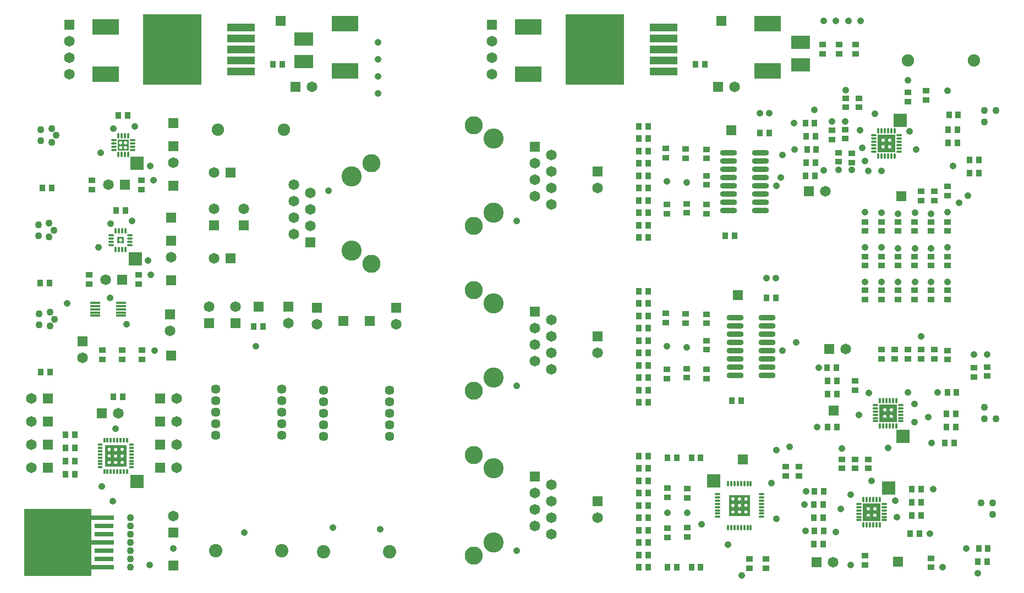
<source format=gts>
%FSAX44Y44*%
%MOMM*%
G71*
G01*
G75*
G04 Layer_Color=8388736*
%ADD10R,2.0000X2.0000*%
%ADD11R,0.9652X0.8128*%
%ADD12R,9.8000X10.7000*%
%ADD13R,4.1000X1.1000*%
%ADD14R,0.2500X0.6000*%
%ADD15R,0.6000X0.2500*%
%ADD16R,3.1000X3.1000*%
%ADD17R,0.8000X0.8000*%
%ADD18O,0.2500X0.7000*%
%ADD19O,0.7000X0.2500*%
%ADD20R,1.5000X1.5000*%
%ADD21R,1.5000X0.2500*%
%ADD22R,0.8128X0.9652*%
%ADD23R,0.8128X0.9652*%
%ADD24R,4.0000X2.3000*%
%ADD25R,3.5560X0.6350*%
%ADD26R,2.7940X0.6350*%
%ADD27R,10.1600X10.1600*%
%ADD28R,2.8000X2.0000*%
%ADD29C,0.2032*%
%ADD30C,1.2700*%
%ADD31C,0.5080*%
%ADD32C,0.2540*%
%ADD33R,0.9652X0.8128*%
%ADD34R,2.6000X2.6000*%
%ADD35O,0.2000X0.8000*%
%ADD36O,0.8000X0.2000*%
%ADD37R,3.0000X3.0000*%
%ADD38O,2.5000X0.7000*%
%ADD39O,0.9500X0.9652*%
%ADD40C,1.7526*%
%ADD41C,0.9500*%
%ADD42C,1.5000*%
%ADD43R,1.5000X1.5000*%
%ADD44C,1.2954*%
%ADD45C,1.9050*%
%ADD46C,1.5000*%
%ADD47C,2.6500*%
%ADD48R,1.5000X1.5000*%
%ADD49C,2.9500*%
%ADD50C,0.7500*%
%ADD51C,0.8890*%
%ADD52C,1.0160*%
%ADD53R,1.6510X1.6510*%
%ADD54R,3.0480X3.0480*%
%ADD55C,1.3128*%
%ADD56C,1.9128*%
%ADD57C,1.7128*%
%ADD58C,1.4732*%
%ADD59C,2.0320*%
%ADD60C,1.7128*%
%ADD61C,2.4128*%
%ADD62C,4.0628*%
G04:AMPARAMS|DCode=63|XSize=2.678mm|YSize=2.678mm|CornerRadius=0mm|HoleSize=0mm|Usage=FLASHONLY|Rotation=0.000|XOffset=0mm|YOffset=0mm|HoleType=Round|Shape=Relief|Width=0.381mm|Gap=0.381mm|Entries=4|*
%AMTHD63*
7,0,0,2.6780,1.9160,0.3810,45*
%
%ADD63THD63*%
%ADD64C,1.1128*%
G04:AMPARAMS|DCode=65|XSize=2.1082mm|YSize=2.1082mm|CornerRadius=0mm|HoleSize=0mm|Usage=FLASHONLY|Rotation=0.000|XOffset=0mm|YOffset=0mm|HoleType=Round|Shape=Relief|Width=0.381mm|Gap=0.381mm|Entries=4|*
%AMTHD65*
7,0,0,2.1082,1.3462,0.3810,45*
%
%ADD65THD65*%
%ADD66C,1.1430*%
G04:AMPARAMS|DCode=67|XSize=2.878mm|YSize=2.878mm|CornerRadius=0mm|HoleSize=0mm|Usage=FLASHONLY|Rotation=0.000|XOffset=0mm|YOffset=0mm|HoleType=Round|Shape=Relief|Width=0.381mm|Gap=0.381mm|Entries=4|*
%AMTHD67*
7,0,0,2.8780,2.1160,0.3810,45*
%
%ADD67THD67*%
G04:AMPARAMS|DCode=68|XSize=2.278mm|YSize=2.278mm|CornerRadius=0mm|HoleSize=0mm|Usage=FLASHONLY|Rotation=0.000|XOffset=0mm|YOffset=0mm|HoleType=Round|Shape=Relief|Width=0.381mm|Gap=0.381mm|Entries=4|*
%AMTHD68*
7,0,0,2.2780,1.5160,0.3810,45*
%
%ADD68THD68*%
G04:AMPARAMS|DCode=69|XSize=2.4384mm|YSize=2.4384mm|CornerRadius=0mm|HoleSize=0mm|Usage=FLASHONLY|Rotation=0.000|XOffset=0mm|YOffset=0mm|HoleType=Round|Shape=Relief|Width=0.381mm|Gap=0.381mm|Entries=4|*
%AMTHD69*
7,0,0,2.4384,1.6764,0.3810,45*
%
%ADD69THD69*%
G04:AMPARAMS|DCode=70|XSize=2.9972mm|YSize=2.9972mm|CornerRadius=0mm|HoleSize=0mm|Usage=FLASHONLY|Rotation=0.000|XOffset=0mm|YOffset=0mm|HoleType=Round|Shape=Relief|Width=0.381mm|Gap=0.381mm|Entries=4|*
%AMTHD70*
7,0,0,2.9972,2.2352,0.3810,45*
%
%ADD70THD70*%
%ADD71R,2.3000X4.0000*%
%ADD72R,0.8128X1.2700*%
%ADD73R,5.1000X1.5000*%
%ADD74R,4.5000X1.0000*%
%ADD75C,0.2500*%
%ADD76C,0.2000*%
%ADD77C,0.1270*%
%ADD78C,0.1524*%
%ADD79R,9.0000X10.9000*%
%ADD80R,0.4000X3.3000*%
%ADD81R,3.3000X0.4000*%
%ADD82R,3.3000X0.3500*%
%ADD83R,0.3500X3.3000*%
%ADD84R,1.0000X0.2000*%
%ADD85R,0.2000X1.0000*%
%ADD86R,1.7000X0.1750*%
%ADD87R,0.1750X1.7000*%
%ADD88R,1.7000X0.1500*%
%ADD89R,0.1500X1.7000*%
%ADD90R,2.8000X0.6000*%
%ADD91R,0.6000X2.8000*%
%ADD92R,2.8000X0.4000*%
%ADD93R,0.4000X2.8000*%
%ADD94R,0.4000X3.2000*%
%ADD95R,3.2000X0.4000*%
%ADD96R,3.2000X0.3000*%
%ADD97R,0.3000X3.2000*%
%ADD98R,2.1500X2.1500*%
%ADD99R,1.1152X0.9628*%
%ADD100R,4.2500X1.2500*%
%ADD101R,0.4000X0.7500*%
%ADD102R,0.7500X0.4000*%
%ADD103O,0.4000X0.8500*%
%ADD104O,0.8500X0.4000*%
%ADD105R,1.6500X0.4000*%
%ADD106R,0.9628X1.1152*%
%ADD107R,0.9628X1.1152*%
%ADD108R,4.1500X2.4500*%
%ADD109R,3.7060X0.7850*%
%ADD110R,2.9440X0.7850*%
%ADD111R,10.3100X10.3100*%
%ADD112R,2.9500X2.1500*%
%ADD113R,1.1152X0.9628*%
%ADD114O,0.3500X0.9500*%
%ADD115O,0.9500X0.3500*%
%ADD116O,2.6500X0.8500*%
%ADD117O,1.1000X1.1152*%
%ADD118C,1.9026*%
%ADD119C,1.1000*%
%ADD120R,1.6500X1.6500*%
%ADD121C,1.6500*%
%ADD122R,1.6500X1.6500*%
%ADD123C,1.4454*%
%ADD124C,2.0550*%
%ADD125C,1.6500*%
%ADD126C,2.8000*%
%ADD127R,1.6500X1.6500*%
%ADD128C,3.1000*%
%ADD129C,1.0390*%
D76*
X00430060Y00467200D02*
G03*
X00430060Y00467200I-00003500J00000000D01*
G01*
Y00457200D02*
G03*
X00430060Y00457200I-00003500J00000000D01*
G01*
Y00447200D02*
G03*
X00430060Y00447200I-00003500J00000000D01*
G01*
X00420060Y00467200D02*
G03*
X00420060Y00467200I-00003500J00000000D01*
G01*
Y00457200D02*
G03*
X00420060Y00457200I-00003500J00000000D01*
G01*
Y00447200D02*
G03*
X00420060Y00447200I-00003500J00000000D01*
G01*
X00410060Y00467200D02*
G03*
X00410060Y00467200I-00003500J00000000D01*
G01*
Y00457200D02*
G03*
X00410060Y00457200I-00003500J00000000D01*
G01*
Y00447200D02*
G03*
X00410060Y00447200I-00003500J00000000D01*
G01*
X00427680Y00789940D02*
G03*
X00427680Y00789940I-00003500J00000000D01*
G01*
X00427740Y00932240D02*
G03*
X00427740Y00932240I-00003500J00000000D01*
G01*
X00435240D02*
G03*
X00435240Y00932240I-00003500J00000000D01*
G01*
X00427740Y00939740D02*
G03*
X00427740Y00939740I-00003500J00000000D01*
G01*
X00435240D02*
G03*
X00435240Y00939740I-00003500J00000000D01*
G01*
X01578060Y00365840D02*
G03*
X01578060Y00365840I-00003500J00000000D01*
G01*
X01588060D02*
G03*
X01588060Y00365840I-00003500J00000000D01*
G01*
X01578060Y00375840D02*
G03*
X01578060Y00375840I-00003500J00000000D01*
G01*
X01588060D02*
G03*
X01588060Y00375840I-00003500J00000000D01*
G01*
X01603460Y00518240D02*
G03*
X01603460Y00518240I-00003500J00000000D01*
G01*
X01613460D02*
G03*
X01613460Y00518240I-00003500J00000000D01*
G01*
X01603460Y00528240D02*
G03*
X01603460Y00528240I-00003500J00000000D01*
G01*
X01613460D02*
G03*
X01613460Y00528240I-00003500J00000000D01*
G01*
X01600920Y00933530D02*
G03*
X01600920Y00933530I-00003500J00000000D01*
G01*
X01610920D02*
G03*
X01610920Y00933530I-00003500J00000000D01*
G01*
X01600920Y00943530D02*
G03*
X01600920Y00943530I-00003500J00000000D01*
G01*
X01610920D02*
G03*
X01610920Y00943530I-00003500J00000000D01*
G01*
X01389860Y00391000D02*
G03*
X01389860Y00391000I-00003500J00000000D01*
G01*
Y00381000D02*
G03*
X01389860Y00381000I-00003500J00000000D01*
G01*
Y00371000D02*
G03*
X01389860Y00371000I-00003500J00000000D01*
G01*
X01379860Y00391000D02*
G03*
X01379860Y00391000I-00003500J00000000D01*
G01*
Y00381000D02*
G03*
X01379860Y00381000I-00003500J00000000D01*
G01*
Y00371000D02*
G03*
X01379860Y00371000I-00003500J00000000D01*
G01*
X01369860Y00391000D02*
G03*
X01369860Y00391000I-00003500J00000000D01*
G01*
Y00381000D02*
G03*
X01369860Y00381000I-00003500J00000000D01*
G01*
Y00371000D02*
G03*
X01369860Y00371000I-00003500J00000000D01*
G01*
D79*
X00503600Y01083310D02*
D03*
X01153520D02*
D03*
D80*
X00421560Y00457200D02*
D03*
X00411560D02*
D03*
D81*
X00416560Y00452200D02*
D03*
X00416560Y00462200D02*
D03*
D82*
X00416560Y00442450D02*
D03*
X00416560Y00471950D02*
D03*
D83*
X00431310Y00457200D02*
D03*
X00401810Y00457200D02*
D03*
D84*
X00424180Y00785940D02*
D03*
Y00793940D02*
D03*
D85*
X00420180Y00789940D02*
D03*
X00428180D02*
D03*
D86*
X00427990Y00928365D02*
D03*
Y00943615D02*
D03*
D87*
X00420365Y00935990D02*
D03*
X00435615D02*
D03*
D88*
X00427990D02*
D03*
D89*
D03*
D90*
X01579560Y00359840D02*
D03*
Y00381840D02*
D03*
X01604960Y00512240D02*
D03*
Y00534240D02*
D03*
X01602420Y00927530D02*
D03*
Y00949530D02*
D03*
D91*
X01568560Y00370840D02*
D03*
X01590560D02*
D03*
X01593960Y00523240D02*
D03*
X01615960D02*
D03*
X01591420Y00938530D02*
D03*
X01613420D02*
D03*
D92*
X01579560Y00370840D02*
D03*
X01604960Y00523240D02*
D03*
X01602420Y00938530D02*
D03*
D93*
X01579560Y00370840D02*
D03*
X01604960Y00523240D02*
D03*
X01602420Y00938530D02*
D03*
D94*
X01371360Y00381000D02*
D03*
X01381360Y00381000D02*
D03*
D95*
X01376360Y00386000D02*
D03*
Y00376000D02*
D03*
D96*
X01376360Y00395500D02*
D03*
X01376360Y00366500D02*
D03*
D97*
X01361860Y00381000D02*
D03*
X01390860Y00381000D02*
D03*
D98*
X00449580Y00417830D02*
D03*
X00447040Y00760730D02*
D03*
X00449580Y00908050D02*
D03*
X01624010Y00974090D02*
D03*
X01627820Y00487680D02*
D03*
X01606230Y00407670D02*
D03*
X01336990Y00419100D02*
D03*
D99*
X00452120Y00721868D02*
D03*
Y00736092D02*
D03*
X00455930Y00867918D02*
D03*
Y00882142D02*
D03*
X00379730D02*
D03*
Y00867918D02*
D03*
X00375920Y00736092D02*
D03*
Y00721868D02*
D03*
X00457200Y00606298D02*
D03*
Y00620522D02*
D03*
X00396240D02*
D03*
Y00606298D02*
D03*
X00426720Y00620522D02*
D03*
Y00606298D02*
D03*
D100*
X00609600Y01117310D02*
D03*
Y01100310D02*
D03*
Y01083310D02*
D03*
Y01066310D02*
D03*
Y01049310D02*
D03*
X01259520Y01117310D02*
D03*
Y01100310D02*
D03*
Y01083310D02*
D03*
Y01066310D02*
D03*
Y01049310D02*
D03*
D101*
X00434060Y00481200D02*
D03*
X00429060D02*
D03*
X00424060D02*
D03*
X00419060D02*
D03*
X00414060D02*
D03*
X00409060D02*
D03*
X00404060D02*
D03*
X00399060D02*
D03*
Y00433200D02*
D03*
X00404060D02*
D03*
X00409060D02*
D03*
X00414060D02*
D03*
X00419060D02*
D03*
X00424060D02*
D03*
X00429060D02*
D03*
X00434060D02*
D03*
D102*
X00392560Y00474700D02*
D03*
Y00469700D02*
D03*
Y00464700D02*
D03*
Y00459700D02*
D03*
Y00454700D02*
D03*
Y00449700D02*
D03*
Y00444700D02*
D03*
Y00439700D02*
D03*
X00440560D02*
D03*
Y00444700D02*
D03*
Y00449700D02*
D03*
Y00454700D02*
D03*
Y00459700D02*
D03*
Y00464700D02*
D03*
Y00469700D02*
D03*
Y00474700D02*
D03*
D103*
X00416680Y00804440D02*
D03*
X00421680D02*
D03*
X00426680D02*
D03*
X00431680D02*
D03*
Y00775440D02*
D03*
X00426680D02*
D03*
X00421680D02*
D03*
X00416680D02*
D03*
X00420490Y00950490D02*
D03*
X00425490D02*
D03*
X00430490D02*
D03*
X00435490D02*
D03*
Y00921490D02*
D03*
X00430490D02*
D03*
X00425490D02*
D03*
X00420490D02*
D03*
X01567060Y00390340D02*
D03*
X01572060D02*
D03*
X01577060D02*
D03*
X01582060D02*
D03*
X01587060D02*
D03*
X01592060D02*
D03*
Y00351340D02*
D03*
X01587060D02*
D03*
X01582060D02*
D03*
X01577060D02*
D03*
X01572060D02*
D03*
X01567060D02*
D03*
X01592460Y00542740D02*
D03*
X01597460D02*
D03*
X01602460D02*
D03*
X01607460D02*
D03*
X01612460D02*
D03*
X01617460D02*
D03*
Y00503740D02*
D03*
X01612460D02*
D03*
X01607460D02*
D03*
X01602460D02*
D03*
X01597460D02*
D03*
X01592460D02*
D03*
X01589920Y00958030D02*
D03*
X01594920D02*
D03*
X01599920D02*
D03*
X01604920D02*
D03*
X01609920D02*
D03*
X01614920D02*
D03*
Y00919030D02*
D03*
X01609920D02*
D03*
X01604920D02*
D03*
X01599920D02*
D03*
X01594920D02*
D03*
X01589920D02*
D03*
D104*
X00438680Y00797440D02*
D03*
Y00792440D02*
D03*
Y00787440D02*
D03*
Y00782440D02*
D03*
X00409680D02*
D03*
Y00787440D02*
D03*
Y00792440D02*
D03*
Y00797440D02*
D03*
X00442490Y00943490D02*
D03*
Y00938490D02*
D03*
Y00933490D02*
D03*
Y00928490D02*
D03*
X00413490D02*
D03*
Y00933490D02*
D03*
Y00938490D02*
D03*
Y00943490D02*
D03*
X01599060Y00383340D02*
D03*
Y00378340D02*
D03*
Y00373340D02*
D03*
Y00368340D02*
D03*
Y00363340D02*
D03*
Y00358340D02*
D03*
X01560060D02*
D03*
Y00363340D02*
D03*
Y00368340D02*
D03*
Y00373340D02*
D03*
Y00378340D02*
D03*
Y00383340D02*
D03*
X01624460Y00535740D02*
D03*
Y00530740D02*
D03*
Y00525740D02*
D03*
Y00520740D02*
D03*
Y00515740D02*
D03*
Y00510740D02*
D03*
X01585460D02*
D03*
Y00515740D02*
D03*
Y00520740D02*
D03*
Y00525740D02*
D03*
Y00530740D02*
D03*
Y00535740D02*
D03*
X01621920Y00951030D02*
D03*
Y00946030D02*
D03*
Y00941030D02*
D03*
Y00936030D02*
D03*
Y00931030D02*
D03*
Y00926030D02*
D03*
X01582920D02*
D03*
Y00931030D02*
D03*
Y00936030D02*
D03*
Y00941030D02*
D03*
Y00946030D02*
D03*
Y00951030D02*
D03*
D105*
X00425130Y00673260D02*
D03*
Y00678260D02*
D03*
Y00683260D02*
D03*
Y00688260D02*
D03*
Y00693260D02*
D03*
X00385130Y00673260D02*
D03*
Y00678260D02*
D03*
Y00683260D02*
D03*
Y00688260D02*
D03*
Y00693260D02*
D03*
D106*
X00304038Y00869950D02*
D03*
X00318262D02*
D03*
X00435102Y00981710D02*
D03*
X00420878D02*
D03*
X00300228Y00723900D02*
D03*
X00314452D02*
D03*
X00301498Y00586740D02*
D03*
X00315722D02*
D03*
X00427482Y00548640D02*
D03*
X00413258D02*
D03*
X00629158Y00656590D02*
D03*
X00643382D02*
D03*
X00431292Y00835660D02*
D03*
X00417068D02*
D03*
X00353822Y00490220D02*
D03*
X00339598D02*
D03*
X00353822Y00469900D02*
D03*
X00339598D02*
D03*
X00353822Y00449580D02*
D03*
X00339598D02*
D03*
X00353822Y00429260D02*
D03*
X00339598D02*
D03*
D107*
X00658876Y01060450D02*
D03*
X00673100D02*
D03*
X01743390Y00294640D02*
D03*
X01757614D02*
D03*
X01758630Y00314960D02*
D03*
X01744406D02*
D03*
X01491930Y00970280D02*
D03*
X01477706D02*
D03*
X01432240Y00701040D02*
D03*
X01418016D02*
D03*
X01710370Y00554990D02*
D03*
X01696146D02*
D03*
X01711640Y00960120D02*
D03*
X01697416D02*
D03*
X01506154Y00402590D02*
D03*
X01491930D02*
D03*
X01477960Y00889000D02*
D03*
X01492184D02*
D03*
X01479230Y00949960D02*
D03*
X01493454D02*
D03*
X01494470Y00929640D02*
D03*
X01480246D02*
D03*
X01479230Y00909320D02*
D03*
X01493454D02*
D03*
X01323020Y01060450D02*
D03*
X01308796D02*
D03*
X01221420Y00965200D02*
D03*
X01235644D02*
D03*
X01221420Y00946150D02*
D03*
X01235644D02*
D03*
X01221420Y00927100D02*
D03*
X01235644D02*
D03*
X01221420Y00908050D02*
D03*
X01235644D02*
D03*
X01221420Y00889000D02*
D03*
X01235644D02*
D03*
X01221420Y00869950D02*
D03*
X01235644D02*
D03*
X01221420Y00850900D02*
D03*
X01235644D02*
D03*
X01221420Y00831850D02*
D03*
X01235644D02*
D03*
X01221420Y00812800D02*
D03*
X01235644D02*
D03*
X01221420Y00793750D02*
D03*
X01235644D02*
D03*
X01422080Y00955040D02*
D03*
X01407856D02*
D03*
X01221420Y00711200D02*
D03*
X01235644D02*
D03*
X01221420Y00692150D02*
D03*
X01235644D02*
D03*
X01221420Y00673100D02*
D03*
X01235644D02*
D03*
X01221420Y00654050D02*
D03*
X01235644D02*
D03*
X01221420Y00635000D02*
D03*
X01235644D02*
D03*
X01221420Y00615950D02*
D03*
X01235644D02*
D03*
X01221420Y00596900D02*
D03*
X01235644D02*
D03*
X01221420Y00577850D02*
D03*
X01235644D02*
D03*
X01221420Y00558800D02*
D03*
X01235644D02*
D03*
X01221420Y00539750D02*
D03*
X01235644D02*
D03*
X01221420Y00457200D02*
D03*
X01235644D02*
D03*
X01221420Y00438150D02*
D03*
X01235644D02*
D03*
X01221420Y00419100D02*
D03*
X01235644D02*
D03*
X01221420Y00400050D02*
D03*
X01235644D02*
D03*
X01221420Y00381000D02*
D03*
X01235644D02*
D03*
X01221420Y00361950D02*
D03*
X01235644D02*
D03*
X01221420Y00342900D02*
D03*
X01235644D02*
D03*
X01221420Y00323850D02*
D03*
X01235644D02*
D03*
X01221420Y00304800D02*
D03*
X01235644D02*
D03*
X01221420Y00285750D02*
D03*
X01235644D02*
D03*
X01265870Y00454660D02*
D03*
X01280094D02*
D03*
X01265870Y00285750D02*
D03*
X01280094D02*
D03*
X01316670Y00454660D02*
D03*
X01302446D02*
D03*
X01316670Y00285750D02*
D03*
X01302446D02*
D03*
X01744660Y00892810D02*
D03*
X01730436D02*
D03*
X01744660Y00913130D02*
D03*
X01730436D02*
D03*
X01526220Y00572770D02*
D03*
X01511996D02*
D03*
X01526220Y00552450D02*
D03*
X01511996D02*
D03*
X01526220Y00501650D02*
D03*
X01511996D02*
D03*
X01510980Y00593090D02*
D03*
X01525204D02*
D03*
X01490914Y00382270D02*
D03*
X01505138D02*
D03*
X01506154Y00341630D02*
D03*
X01491930D02*
D03*
X01490914Y00361950D02*
D03*
X01505138D02*
D03*
X01490914Y00321310D02*
D03*
X01505138D02*
D03*
X01655760Y00406400D02*
D03*
X01641536D02*
D03*
X01653220Y00337820D02*
D03*
X01638996D02*
D03*
X01655760Y00386080D02*
D03*
X01641536D02*
D03*
X01655760Y00365760D02*
D03*
X01641536D02*
D03*
X01709100Y00501650D02*
D03*
X01694876D02*
D03*
X01709100Y00521970D02*
D03*
X01694876D02*
D03*
X01712910Y00982980D02*
D03*
X01698686D02*
D03*
X01711640Y00939800D02*
D03*
X01697416D02*
D03*
X01706560Y00477520D02*
D03*
X01692336D02*
D03*
X01368740Y00796290D02*
D03*
X01354516D02*
D03*
X01378900Y00542290D02*
D03*
X01364676D02*
D03*
D108*
X00769620Y01050620D02*
D03*
Y01123620D02*
D03*
X00401320Y01118540D02*
D03*
Y01045540D02*
D03*
X01419540Y01123620D02*
D03*
Y01050620D02*
D03*
X01051240Y01045540D02*
D03*
Y01118540D02*
D03*
D109*
X00394970Y00285750D02*
D03*
Y00323850D02*
D03*
Y00361950D02*
D03*
D110*
X00398780Y00298450D02*
D03*
Y00311150D02*
D03*
Y00336550D02*
D03*
Y00349250D02*
D03*
D111*
X00327660Y00323850D02*
D03*
D112*
X00706120Y01064540D02*
D03*
Y01099540D02*
D03*
X01470340Y01059460D02*
D03*
Y01094460D02*
D03*
D113*
X01554160Y00452120D02*
D03*
Y00437896D02*
D03*
X01574480Y00452120D02*
D03*
Y00437896D02*
D03*
X01554160Y00558800D02*
D03*
Y00573024D02*
D03*
X01528760Y00924560D02*
D03*
Y00910336D02*
D03*
X01549080Y00909320D02*
D03*
Y00923544D02*
D03*
X01538920Y00960120D02*
D03*
Y00945896D02*
D03*
X01518600Y00944880D02*
D03*
Y00959104D02*
D03*
X01467800Y00426720D02*
D03*
Y00440944D02*
D03*
X01447480Y00426720D02*
D03*
Y00440944D02*
D03*
X01325560Y00915416D02*
D03*
Y00929640D02*
D03*
Y00635000D02*
D03*
Y00620776D02*
D03*
Y00576580D02*
D03*
Y00590804D02*
D03*
X01295080Y00591820D02*
D03*
Y00577596D02*
D03*
X01264600Y00576580D02*
D03*
Y00590804D02*
D03*
X01293810Y00661670D02*
D03*
Y00675894D02*
D03*
X01263330Y00676910D02*
D03*
Y00662686D02*
D03*
X01325560Y00675640D02*
D03*
Y00661416D02*
D03*
X01295080Y00845820D02*
D03*
Y00831596D02*
D03*
X01325560Y00830580D02*
D03*
Y00844804D02*
D03*
X01293810Y00915670D02*
D03*
Y00929894D02*
D03*
X01325560Y00889000D02*
D03*
Y00874776D02*
D03*
X01264600Y00830580D02*
D03*
Y00844804D02*
D03*
X01263330Y00930910D02*
D03*
Y00916686D02*
D03*
X01696400Y00858520D02*
D03*
Y00872744D02*
D03*
X01569400Y00803656D02*
D03*
Y00817880D02*
D03*
X01594800Y00803656D02*
D03*
Y00817880D02*
D03*
X01620200Y00803656D02*
D03*
Y00817880D02*
D03*
X01645600Y00803656D02*
D03*
Y00817880D02*
D03*
X01671000Y00803656D02*
D03*
Y00817880D02*
D03*
X01696400Y00803656D02*
D03*
Y00817880D02*
D03*
X01391600Y00284480D02*
D03*
Y00298704D02*
D03*
X01569400Y00750316D02*
D03*
Y00764540D02*
D03*
X01594800Y00750316D02*
D03*
Y00764540D02*
D03*
X01620200Y00750316D02*
D03*
Y00764540D02*
D03*
X01645600Y00750316D02*
D03*
Y00764540D02*
D03*
X01671000Y00750316D02*
D03*
Y00764540D02*
D03*
X01696400Y00750316D02*
D03*
Y00764540D02*
D03*
X01569400Y00698246D02*
D03*
Y00712470D02*
D03*
X01594800Y00698246D02*
D03*
Y00712470D02*
D03*
X01620200Y00698246D02*
D03*
Y00712470D02*
D03*
X01645600Y00698246D02*
D03*
Y00712470D02*
D03*
X01671000Y00698246D02*
D03*
Y00712470D02*
D03*
X01696400Y00698246D02*
D03*
Y00712470D02*
D03*
X01265870Y00407670D02*
D03*
Y00393446D02*
D03*
Y00331470D02*
D03*
Y00345694D02*
D03*
X01296350Y00392430D02*
D03*
Y00406654D02*
D03*
Y00346710D02*
D03*
Y00332486D02*
D03*
X01676080Y00850900D02*
D03*
Y00865124D02*
D03*
X01655760Y00850900D02*
D03*
Y00865124D02*
D03*
X01540190Y01008380D02*
D03*
Y00994156D02*
D03*
X01560510Y01008380D02*
D03*
Y00994156D02*
D03*
X01635440Y01003300D02*
D03*
Y01017524D02*
D03*
X01663380Y01019810D02*
D03*
Y01005586D02*
D03*
X01696400Y00605536D02*
D03*
Y00619760D02*
D03*
X01676080Y00620776D02*
D03*
Y00606552D02*
D03*
X01594800Y00620776D02*
D03*
Y00606552D02*
D03*
X01635440Y00620776D02*
D03*
Y00606552D02*
D03*
X01615120Y00620776D02*
D03*
Y00606552D02*
D03*
X01655760Y00620776D02*
D03*
Y00606552D02*
D03*
X01757360Y00594360D02*
D03*
Y00580136D02*
D03*
X01737040Y00579120D02*
D03*
Y00593344D02*
D03*
X01671000Y00299720D02*
D03*
Y00285496D02*
D03*
X01533840Y00452120D02*
D03*
Y00437896D02*
D03*
X01569400Y00289560D02*
D03*
Y00303784D02*
D03*
X01555430Y01076960D02*
D03*
Y01091184D02*
D03*
X01530030Y01076960D02*
D03*
Y01091184D02*
D03*
X01504630Y01076960D02*
D03*
Y01091184D02*
D03*
X01417000Y00284480D02*
D03*
Y00298704D02*
D03*
D114*
X01358860Y00347000D02*
D03*
X01363860D02*
D03*
X01368860D02*
D03*
X01373860D02*
D03*
X01378860D02*
D03*
X01383860D02*
D03*
X01388860D02*
D03*
X01393860D02*
D03*
Y00415000D02*
D03*
X01388860D02*
D03*
X01383860D02*
D03*
X01378860D02*
D03*
X01373860D02*
D03*
X01368860D02*
D03*
X01363860D02*
D03*
X01358860D02*
D03*
D115*
X01410360Y00363500D02*
D03*
Y00368500D02*
D03*
Y00373500D02*
D03*
Y00378500D02*
D03*
Y00383500D02*
D03*
Y00388500D02*
D03*
Y00393500D02*
D03*
Y00398500D02*
D03*
X01342360D02*
D03*
Y00393500D02*
D03*
Y00388500D02*
D03*
Y00383500D02*
D03*
Y00378500D02*
D03*
Y00373500D02*
D03*
Y00368500D02*
D03*
Y00363500D02*
D03*
D116*
X01369640Y00670560D02*
D03*
Y00657860D02*
D03*
Y00645160D02*
D03*
Y00632460D02*
D03*
Y00619760D02*
D03*
Y00607060D02*
D03*
Y00594360D02*
D03*
Y00581660D02*
D03*
X01418640Y00670560D02*
D03*
Y00657860D02*
D03*
Y00645160D02*
D03*
Y00632460D02*
D03*
Y00619760D02*
D03*
Y00607060D02*
D03*
Y00594360D02*
D03*
Y00581660D02*
D03*
X01359480Y00924560D02*
D03*
Y00911860D02*
D03*
Y00899160D02*
D03*
Y00886460D02*
D03*
Y00873760D02*
D03*
Y00861060D02*
D03*
Y00848360D02*
D03*
Y00835660D02*
D03*
X01408480Y00924560D02*
D03*
Y00911860D02*
D03*
Y00899160D02*
D03*
Y00886460D02*
D03*
Y00873760D02*
D03*
Y00861060D02*
D03*
Y00848360D02*
D03*
Y00835660D02*
D03*
D117*
X00439420Y00285750D02*
D03*
Y00298450D02*
D03*
Y00311150D02*
D03*
Y00323850D02*
D03*
Y00336550D02*
D03*
Y00349250D02*
D03*
Y00361950D02*
D03*
D118*
X00574040Y00960120D02*
D03*
X00675640D02*
D03*
X01635440Y01066800D02*
D03*
X01737040D02*
D03*
D119*
X00322580Y00668020D02*
D03*
X00299024Y00676351D02*
D03*
X00315526Y00678670D02*
D03*
X00299024Y00659689D02*
D03*
X00315526Y00657370D02*
D03*
X00321310Y00805180D02*
D03*
X00297754Y00813511D02*
D03*
X00314256Y00815830D02*
D03*
X00297754Y00796849D02*
D03*
X00314256Y00794530D02*
D03*
X00325120Y00951230D02*
D03*
X00301564Y00959561D02*
D03*
X00318066Y00961880D02*
D03*
X00301564Y00942899D02*
D03*
X00318066Y00940580D02*
D03*
X01766339Y00366941D02*
D03*
Y00384899D02*
D03*
X01748381D02*
D03*
X01753461Y00532219D02*
D03*
Y00514261D02*
D03*
X01771419D02*
D03*
Y00989419D02*
D03*
X01753461D02*
D03*
Y00971461D02*
D03*
D120*
X00430530Y00875030D02*
D03*
X00426720Y00728980D02*
D03*
X00593090Y00894080D02*
D03*
Y00762000D02*
D03*
X00693420Y01026160D02*
D03*
X00394970Y00523240D02*
D03*
X00807720Y00665480D02*
D03*
X00767080D02*
D03*
X00505460Y00288290D02*
D03*
X00485140Y00546100D02*
D03*
Y00510540D02*
D03*
Y00474980D02*
D03*
Y00439420D02*
D03*
X00312420Y00510540D02*
D03*
Y00546100D02*
D03*
Y00439420D02*
D03*
Y00474980D02*
D03*
X01483040Y00864870D02*
D03*
X01343340Y01026160D02*
D03*
X01625280Y00857250D02*
D03*
X01514790Y00622300D02*
D03*
X01494724Y00293370D02*
D03*
X01620200Y00294640D02*
D03*
D121*
X00405130Y00875030D02*
D03*
X00505460Y00909320D02*
D03*
X00401320Y00728980D02*
D03*
X00501650Y00763270D02*
D03*
X00567690Y00894080D02*
D03*
Y00762000D02*
D03*
Y00838200D02*
D03*
X00613410D02*
D03*
X00365760Y00608330D02*
D03*
X00500380Y00650240D02*
D03*
X00718820Y01026160D02*
D03*
X00420370Y00523240D02*
D03*
X00345440Y01096010D02*
D03*
Y01070610D02*
D03*
Y01045210D02*
D03*
X00560070Y00687070D02*
D03*
X00600710D02*
D03*
X00681990Y00661670D02*
D03*
X00726440Y00660400D02*
D03*
X00848360D02*
D03*
X00505460Y00364490D02*
D03*
X00510540Y00546100D02*
D03*
Y00510540D02*
D03*
Y00474980D02*
D03*
Y00439420D02*
D03*
X00287020Y00510540D02*
D03*
Y00546100D02*
D03*
Y00439420D02*
D03*
Y00474980D02*
D03*
X01508440Y00864870D02*
D03*
X01368740Y01026160D02*
D03*
X01157920Y00869950D02*
D03*
Y00615950D02*
D03*
Y00361950D02*
D03*
X01540190Y00622300D02*
D03*
X01520124Y00293370D02*
D03*
X00995360Y01045210D02*
D03*
Y01070610D02*
D03*
Y01096010D02*
D03*
D122*
X00505460Y00934720D02*
D03*
Y00970280D02*
D03*
Y00873760D02*
D03*
X00501650Y00788670D02*
D03*
Y00824230D02*
D03*
X00636270Y00687070D02*
D03*
X00567690Y00812800D02*
D03*
X00613410D02*
D03*
X00501650Y00727710D02*
D03*
X00365760Y00633730D02*
D03*
X00501650Y00612140D02*
D03*
X00500380Y00675640D02*
D03*
X00670560Y01127760D02*
D03*
X00345440Y01121410D02*
D03*
X00560070Y00661670D02*
D03*
X00600710D02*
D03*
X00681990Y00687070D02*
D03*
X00726440Y00685800D02*
D03*
X00848360D02*
D03*
X00505460Y00339090D02*
D03*
X01373820Y00704850D02*
D03*
X01157920Y00895350D02*
D03*
X01363660Y00958850D02*
D03*
X01381440Y00452120D02*
D03*
X01157920Y00641350D02*
D03*
Y00387350D02*
D03*
X01521140Y00527050D02*
D03*
X00995360Y01121410D02*
D03*
X01348420Y01127760D02*
D03*
D123*
X00838200Y00558800D02*
D03*
X00736600D02*
D03*
X00838200Y00541020D02*
D03*
X00736600D02*
D03*
X00838200Y00523240D02*
D03*
X00736600D02*
D03*
X00838200Y00505460D02*
D03*
X00736600D02*
D03*
X00838200Y00487680D02*
D03*
X00736600D02*
D03*
X00671830Y00560070D02*
D03*
X00570230D02*
D03*
X00671830Y00542290D02*
D03*
X00570230D02*
D03*
X00671830Y00524510D02*
D03*
X00570230D02*
D03*
X00671830Y00506730D02*
D03*
X00570230D02*
D03*
X00671830Y00488950D02*
D03*
X00570230D02*
D03*
D124*
X00838200Y00309880D02*
D03*
X00736600D02*
D03*
X00671830Y00311150D02*
D03*
X00570230D02*
D03*
D125*
X00691118Y00875072D02*
D03*
Y00798872D02*
D03*
X00716518Y00862372D02*
D03*
X00691118Y00849672D02*
D03*
Y00824272D02*
D03*
X00716518Y00836972D02*
D03*
Y00811572D02*
D03*
X01087308Y00844550D02*
D03*
Y00920750D02*
D03*
X01061908Y00857250D02*
D03*
X01087308Y00869950D02*
D03*
Y00895350D02*
D03*
X01061908Y00882650D02*
D03*
Y00908050D02*
D03*
Y00654050D02*
D03*
Y00628650D02*
D03*
X01087308Y00641350D02*
D03*
Y00615950D02*
D03*
X01061908Y00603250D02*
D03*
X01087308Y00666750D02*
D03*
Y00590550D02*
D03*
X01061908Y00400050D02*
D03*
Y00374650D02*
D03*
X01087308Y00387350D02*
D03*
Y00361950D02*
D03*
X01061908Y00349250D02*
D03*
X01087308Y00412750D02*
D03*
Y00336550D02*
D03*
D126*
X00810498Y00753152D02*
D03*
Y00908092D02*
D03*
X00967928Y00966470D02*
D03*
Y00811530D02*
D03*
Y00557530D02*
D03*
Y00712470D02*
D03*
Y00303530D02*
D03*
Y00458470D02*
D03*
D127*
X00716518Y00786172D02*
D03*
X01061908Y00933450D02*
D03*
Y00679450D02*
D03*
Y00425450D02*
D03*
D128*
X00780018Y00773472D02*
D03*
Y00887772D02*
D03*
X00998408Y00946150D02*
D03*
Y00831850D02*
D03*
Y00577850D02*
D03*
Y00692150D02*
D03*
Y00323850D02*
D03*
Y00438150D02*
D03*
D129*
X00820420Y01094460D02*
D03*
Y01068307D02*
D03*
Y01016000D02*
D03*
X00474472Y00882142D02*
D03*
X00412750Y00961390D02*
D03*
X00393700Y00924560D02*
D03*
X00445770Y00965200D02*
D03*
X00469900Y00904240D02*
D03*
X00476250Y00619760D02*
D03*
X00433361Y00660109D02*
D03*
X00407670Y00701040D02*
D03*
X00341630Y00692150D02*
D03*
X00416560Y00499110D02*
D03*
X00394970Y00410210D02*
D03*
X00468630Y00289560D02*
D03*
X00505460Y00314960D02*
D03*
X00744220Y00865900D02*
D03*
X00614680Y00339090D02*
D03*
X00632460Y00626110D02*
D03*
X00823900Y00344500D02*
D03*
X00750900Y00347040D02*
D03*
X00820420Y01042153D02*
D03*
X00408940Y00815340D02*
D03*
X00441960Y00819150D02*
D03*
X00389890Y00778510D02*
D03*
X00466090Y00758190D02*
D03*
X00470662Y00736092D02*
D03*
X00412496Y00387604D02*
D03*
X01533840Y00468630D02*
D03*
X01505900Y00896874D02*
D03*
X01569400Y00911860D02*
D03*
X01549080Y00897890D02*
D03*
X01528760D02*
D03*
X01538920Y00972820D02*
D03*
X01518600D02*
D03*
X01491930Y00990600D02*
D03*
X01453830Y00471170D02*
D03*
X01433510Y00466090D02*
D03*
X01460180Y00970280D02*
D03*
X01380170Y00273050D02*
D03*
X01358860Y00320320D02*
D03*
X01296350Y00369570D02*
D03*
X01265870D02*
D03*
X01418016Y00731266D02*
D03*
X01432240Y00731520D02*
D03*
X01264600Y00626110D02*
D03*
X01295080Y00624840D02*
D03*
Y00878840D02*
D03*
X01264600Y00880110D02*
D03*
X01425890Y00415290D02*
D03*
X01318194Y00351536D02*
D03*
X01433510Y00360680D02*
D03*
X01422080Y00985520D02*
D03*
X01407856Y00985266D02*
D03*
X01688526Y00285496D02*
D03*
X01547810Y00289560D02*
D03*
X01674810Y00406400D02*
D03*
X01524950Y00340360D02*
D03*
X01725610Y00314960D02*
D03*
X01743390Y00276860D02*
D03*
X01669730Y00337820D02*
D03*
X01618930Y00363220D02*
D03*
X01616390Y00388620D02*
D03*
X01579560Y00419100D02*
D03*
X01547810Y00397510D02*
D03*
X01532570Y00375920D02*
D03*
X01476690Y00382270D02*
D03*
X01477960Y00341630D02*
D03*
X01479230Y00402590D02*
D03*
X01757360Y00613410D02*
D03*
X01737040D02*
D03*
X01655760Y00641350D02*
D03*
X01635440Y00554990D02*
D03*
X01604960Y00469900D02*
D03*
X01672270Y00477520D02*
D03*
X01667190Y00516890D02*
D03*
X01681160Y00554990D02*
D03*
X01645600Y00509270D02*
D03*
Y00537210D02*
D03*
X01560510Y00520700D02*
D03*
X01495740Y00501650D02*
D03*
X01498280Y00593090D02*
D03*
X01575115Y00554355D02*
D03*
X01565590Y00932180D02*
D03*
X01561780Y00958850D02*
D03*
X01584640Y00984250D02*
D03*
X01637980Y00957580D02*
D03*
X01648140Y00929640D02*
D03*
X01696400Y01019810D02*
D03*
X01705290Y00904240D02*
D03*
X01728150Y00858520D02*
D03*
X01714180Y00847090D02*
D03*
X01574480Y00896620D02*
D03*
X01594800D02*
D03*
X01442400Y00920750D02*
D03*
X01439860Y00886460D02*
D03*
X01433510Y00873760D02*
D03*
X01461450Y00929640D02*
D03*
X01442400Y00619760D02*
D03*
X01463990Y00632460D02*
D03*
X01594800Y00831850D02*
D03*
Y00778510D02*
D03*
Y00725170D02*
D03*
X01671000Y00830580D02*
D03*
Y00777240D02*
D03*
Y00725170D02*
D03*
X01646870Y00831850D02*
D03*
Y00777240D02*
D03*
Y00725170D02*
D03*
X01569400Y00833120D02*
D03*
Y00778510D02*
D03*
Y00725170D02*
D03*
X01696400D02*
D03*
Y00778510D02*
D03*
X01620200Y00725170D02*
D03*
Y00777240D02*
D03*
Y00830580D02*
D03*
X01696400Y00833120D02*
D03*
X01635440Y01036320D02*
D03*
X01540190Y01021080D02*
D03*
X01563050Y01127760D02*
D03*
X01544000D02*
D03*
X01524950D02*
D03*
X01505900D02*
D03*
X01033460Y00819150D02*
D03*
Y00565150D02*
D03*
Y00311150D02*
D03*
M02*

</source>
